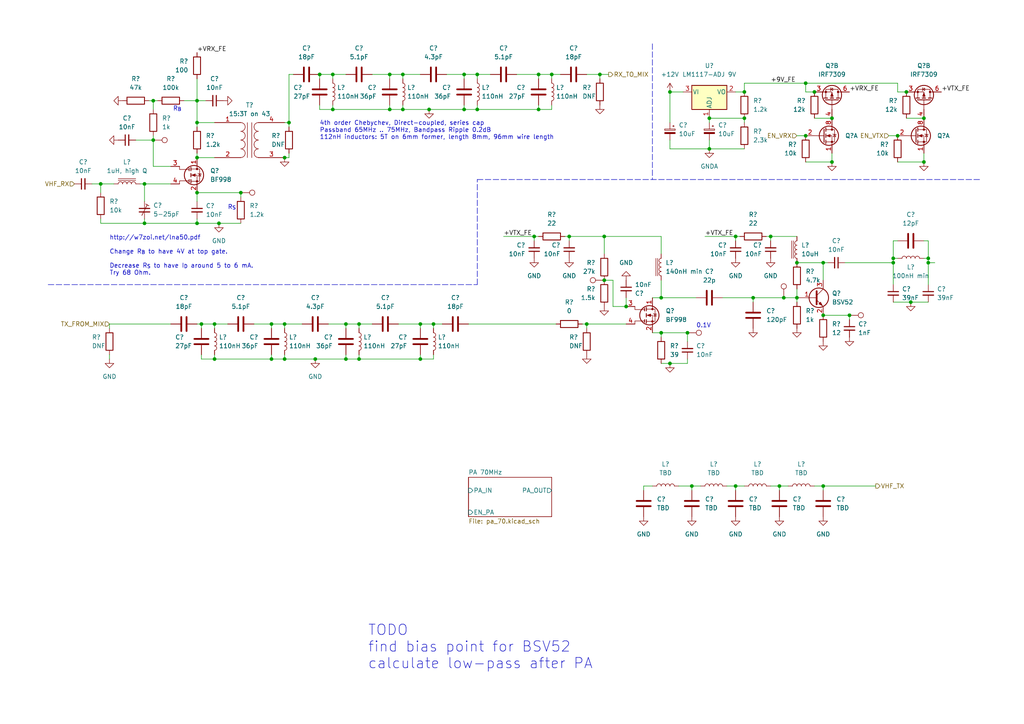
<source format=kicad_sch>
(kicad_sch (version 20211123) (generator eeschema)
  (paper "A4")
  (title_block (title "DART-70 TRX") (date "2023-01-22") (rev "0") (company "HB9EGM") (comment 1 "A 4m Band SSB/CW Transceiver"))
  (lib_symbols
    (symbol "Connector:TestPoint" (pin_numbers hide) (pin_names (offset 0.762) hide)
      (property "Reference" "TP" (at 0 6.858 0))
      (property "Value" "TestPoint" (at 0 5.08 0))
      (symbol "TestPoint_1_1"
        (pin passive line (at 0 0 90) (length 2.54) (name "1") (number "1"))
      )
    )
    (symbol "Device:C" (pin_numbers hide) (pin_names (offset 0.254))
      (property "Reference" "C" (at 0.635 2.54 0))
      (property "Value" "C" (at 0.635 -2.54 0))
      (symbol "C_1_1"
        (pin passive line (at 0 3.81 270) (length 2.794) (name "~") (number "1"))
        (pin passive line (at 0 -3.81 90) (length 2.794) (name "~") (number "2"))
      )
    )
    (symbol "Device:C_Polarized_Small" (pin_numbers hide) (pin_names (offset 0.254) hide)
      (property "Reference" "C" (at 0.254 1.778 0))
      (property "Value" "C_Polarized_Small" (at 0.254 -2.032 0))
      (symbol "C_Polarized_Small_1_1"
        (pin passive line (at 0 2.54 270) (length 1.8542) (name "~") (number "1"))
        (pin passive line (at 0 -2.54 90) (length 1.8542) (name "~") (number "2"))
      )
    )
    (symbol "Device:C_Small" (pin_numbers hide) (pin_names (offset 0.254) hide)
      (property "Reference" "C" (at 0.254 1.778 0))
      (property "Value" "C_Small" (at 0.254 -2.032 0))
      (symbol "C_Small_1_1"
        (pin passive line (at 0 2.54 270) (length 2.032) (name "~") (number "1"))
        (pin passive line (at 0 -2.54 90) (length 2.032) (name "~") (number "2"))
      )
    )
    (symbol "Device:C_Trim_Small" (pin_numbers hide) (pin_names (offset 0.254) hide)
      (property "Reference" "C" (at 1.524 -2.032 0))
      (property "Value" "C_Trim_Small" (at 3.048 -3.556 0))
      (symbol "C_Trim_Small_1_1"
        (pin passive line (at 0 2.54 270) (length 2.032) (name "~") (number "1"))
        (pin passive line (at 0 -2.54 90) (length 2.032) (name "~") (number "2"))
      )
    )
    (symbol "Device:L" (pin_numbers hide) (pin_names (offset 1.016) hide)
      (property "Reference" "L" (at -1.27 0 90))
      (property "Value" "L" (at 1.905 0 90))
      (symbol "L_1_1"
        (pin passive line (at 0 3.81 270) (length 1.27) (name "1") (number "1"))
        (pin passive line (at 0 -3.81 90) (length 1.27) (name "2") (number "2"))
      )
    )
    (symbol "Device:L_Iron" (pin_numbers hide) (pin_names (offset 1.016) hide)
      (property "Reference" "L" (at -1.27 0 90))
      (property "Value" "L_Iron" (at 2.794 0 90))
      (symbol "L_Iron_1_1"
        (pin passive line (at 0 3.81 270) (length 1.27) (name "1") (number "1"))
        (pin passive line (at 0 -3.81 90) (length 1.27) (name "2") (number "2"))
      )
    )
    (symbol "Device:R" (pin_numbers hide) (pin_names (offset 0))
      (property "Reference" "R" (at 2.032 0 90))
      (property "Value" "R" (at 0 0 90))
      (symbol "R_1_1"
        (pin passive line (at 0 3.81 270) (length 1.27) (name "~") (number "1"))
        (pin passive line (at 0 -3.81 90) (length 1.27) (name "~") (number "2"))
      )
    )
    (symbol "Device:Transformer_1P_1S" (pin_names (offset 1.016) hide)
      (property "Reference" "T" (at 0 6.35 0))
      (property "Value" "Transformer_1P_1S" (at 0 -7.62 0))
      (symbol "Transformer_1P_1S_1_1"
        (pin passive line (at -10.16 5.08 0) (length 7.62) (name "AA") (number "1"))
        (pin passive line (at -10.16 -5.08 0) (length 7.62) (name "AB") (number "2"))
        (pin passive line (at 10.16 -5.08 180) (length 7.62) (name "SA") (number "3"))
        (pin passive line (at 10.16 5.08 180) (length 7.62) (name "SB") (number "4"))
      )
    )
    (symbol "Regulator_Linear:LM1117-ADJ" (pin_names (offset 0.254))
      (property "Reference" "U" (at -3.81 3.175 0))
      (property "Value" "LM1117-ADJ" (at 0 3.175 0))
      (symbol "LM1117-ADJ_1_1"
        (pin input line (at 0 -7.62 90) (length 2.54) (name "ADJ") (number "1"))
        (pin power_out line (at 7.62 0 180) (length 2.54) (name "VO") (number "2"))
        (pin power_in line (at -7.62 0 0) (length 2.54) (name "VI") (number "3"))
      )
    )
    (symbol "Transistor_BJT:MMBT3904" (pin_names (offset 0) hide)
      (property "Reference" "Q" (at 5.08 1.905 0))
      (property "Value" "MMBT3904" (at 5.08 0 0))
      (symbol "MMBT3904_1_1"
        (pin input line (at -5.08 0 0) (length 5.715) (name "B") (number "1"))
        (pin passive line (at 2.54 -5.08 90) (length 2.54) (name "E") (number "2"))
        (pin passive line (at 2.54 5.08 270) (length 2.54) (name "C") (number "3"))
      )
    )
    (symbol "Transistor_FET:IRF7309IPBF" (pin_names hide)
      (property "Reference" "Q" (at 5.08 1.905 0))
      (property "Value" "IRF7309IPBF" (at 5.08 0 0))
      (symbol "IRF7309IPBF_1_1"
        (pin passive line (at 2.54 -5.08 90) (length 2.54) (name "S") (number "1"))
        (pin input line (at -5.08 0 0) (length 2.54) (name "G") (number "2"))
        (pin passive line (at 2.54 5.08 270) (length 2.54) hide (name "D") (number "7"))
        (pin passive line (at 2.54 5.08 270) (length 2.54) (name "D") (number "8"))
      )
      (symbol "IRF7309IPBF_2_1"
        (pin passive line (at 2.54 -5.08 90) (length 2.54) (name "1") (number "3"))
        (pin input line (at -5.08 0 0) (length 2.54) (name "G") (number "4"))
        (pin passive line (at 2.54 5.08 270) (length 2.54) hide (name "D") (number "5"))
        (pin passive line (at 2.54 5.08 270) (length 2.54) (name "D") (number "6"))
      )
    )
    (symbol "mpb:BF998" (pin_names hide)
      (property "Reference" "Q?" (at 6.35 1.2701 0))
      (property "Value" "BF998" (at 6.35 -1.2699 0))
      (symbol "BF998_1_1"
        (pin passive line (at 2.54 5.08 270) (length 2.54) (name "D") (number "1"))
        (pin passive line (at 2.54 -5.08 90) (length 2.54) (name "S") (number "2"))
        (pin passive line (at -5.08 2.54 0) (length 2.54) (name "G1") (number "3"))
        (pin passive line (at -5.08 -2.54 0) (length 2.54) (name "G2") (number "4"))
      )
    )
    (symbol "power:+12V" (power) (pin_names (offset 0))
      (property "Value" "+12V" (at 0 3.556 0))
      (symbol "+12V_1_1"
        (pin power_in line (at 0 0 90) (length 0) hide (name "+12V") (number "1"))
      )
    )
    (symbol "power:GND" (power) (pin_names (offset 0))
      (property "Value" "GND" (at 0 -3.81 0))
      (symbol "GND_1_1"
        (pin power_in line (at 0 0 270) (length 0) hide (name "GND") (number "1"))
      )
    )
    (symbol "power:GNDA" (power) (pin_names (offset 0))
      (property "Value" "GNDA" (at 0 -3.81 0))
      (symbol "GNDA_1_1"
        (pin power_in line (at 0 0 270) (length 0) hide (name "GNDA") (number "1"))
      )
    )
  )
  (junction (at 259.08 74.93))
  (junction (at 215.9 26.67))
  (junction (at 264.16 87.63))
  (junction (at 121.92 104.14))
  (junction (at 191.77 86.36))
  (junction (at 104.14 93.98))
  (junction (at 238.76 140.97))
  (junction (at 236.22 26.67))
  (junction (at 213.36 140.97))
  (junction (at 154.94 68.58))
  (junction (at 156.21 31.75))
  (junction (at 205.74 34.29))
  (junction (at 181.61 88.9))
  (junction (at 269.24 74.93))
  (junction (at 116.84 21.59))
  (junction (at 96.52 21.59))
  (junction (at 44.45 29.21))
  (junction (at 138.43 21.59))
  (junction (at 69.85 55.88))
  (junction (at 124.46 31.75))
  (junction (at 113.03 21.59))
  (junction (at 226.06 140.97))
  (junction (at 63.5 64.77))
  (junction (at 57.15 64.77))
  (junction (at 57.15 35.56))
  (junction (at 191.77 96.52))
  (junction (at 173.99 21.59))
  (junction (at 83.82 35.56))
  (junction (at 78.74 104.14))
  (junction (at 62.23 104.14))
  (junction (at 233.68 39.37))
  (junction (at 238.76 91.44))
  (junction (at 57.15 55.88))
  (junction (at 259.08 76.2))
  (junction (at 134.62 31.75))
  (junction (at 82.55 104.14))
  (junction (at 41.91 53.34))
  (junction (at 260.35 39.37))
  (junction (at 199.39 96.52))
  (junction (at 246.38 91.44))
  (junction (at 227.33 86.36))
  (junction (at 215.9 34.29))
  (junction (at 156.21 21.59))
  (junction (at 213.36 68.58))
  (junction (at 241.3 46.99))
  (junction (at 100.33 93.98))
  (junction (at 165.1 68.58))
  (junction (at 269.24 76.2))
  (junction (at 29.21 53.34))
  (junction (at 82.55 93.98))
  (junction (at 170.18 93.98))
  (junction (at 78.74 93.98))
  (junction (at 100.33 104.14))
  (junction (at 91.44 104.14))
  (junction (at 231.14 86.36))
  (junction (at 218.44 86.36))
  (junction (at 44.45 40.64))
  (junction (at 200.66 140.97))
  (junction (at 57.15 45.72))
  (junction (at 116.84 31.75))
  (junction (at 134.62 21.59))
  (junction (at 231.14 76.2))
  (junction (at 223.52 68.58))
  (junction (at 205.74 43.18))
  (junction (at 160.02 21.59))
  (junction (at 113.03 31.75))
  (junction (at 175.26 68.58))
  (junction (at 125.73 93.98))
  (junction (at 41.91 64.77))
  (junction (at 194.31 105.41))
  (junction (at 96.52 31.75))
  (junction (at 138.43 31.75))
  (junction (at 82.55 45.72))
  (junction (at 194.31 26.67))
  (junction (at 92.71 21.59))
  (junction (at 233.68 24.13))
  (junction (at 57.15 29.21))
  (junction (at 241.3 34.29))
  (junction (at 121.92 93.98))
  (junction (at 267.97 34.29))
  (junction (at 238.76 76.2))
  (junction (at 62.23 93.98))
  (junction (at 267.97 46.99))
  (junction (at 104.14 104.14))
  (junction (at 58.42 93.98))
  (junction (at 262.89 26.67))
  (junction (at 175.26 81.28))
  (wire (pts (xy 96.52 21.59) (xy 96.52 22.86)))
  (wire (pts (xy 62.23 45.72) (xy 57.15 45.72)))
  (wire (pts (xy 134.62 31.75) (xy 134.62 30.48)))
  (wire (pts (xy 121.92 95.25) (xy 121.92 93.98)))
  (wire (pts (xy 260.35 24.13) (xy 260.35 26.67)))
  (wire (pts (xy 125.73 104.14) (xy 125.73 102.87)))
  (wire (pts (xy 213.36 69.85) (xy 213.36 68.58)))
  (wire (pts (xy 31.75 102.87) (xy 31.75 104.14)))
  (wire (pts (xy 154.94 69.85) (xy 154.94 68.58)))
  (wire (pts (xy 58.42 95.25) (xy 58.42 93.98)))
  (wire (pts (xy 194.31 26.67) (xy 194.31 35.56)))
  (wire (pts (xy 238.76 76.2) (xy 240.03 76.2)))
  (wire (pts (xy 246.38 91.44) (xy 238.76 91.44)))
  (wire (pts (xy 198.12 26.67) (xy 194.31 26.67)))
  (wire (pts (xy 82.55 95.25) (xy 82.55 93.98)))
  (wire (pts (xy 218.44 86.36) (xy 218.44 87.63)))
  (wire (pts (xy 259.08 74.93) (xy 259.08 76.2)))
  (wire (pts (xy 57.15 93.98) (xy 58.42 93.98)))
  (wire (pts (xy 31.75 93.98) (xy 49.53 93.98)))
  (wire (pts (xy 63.5 64.77) (xy 57.15 64.77)))
  (wire (pts (xy 138.43 31.75) (xy 156.21 31.75)))
  (wire (pts (xy 241.3 46.99) (xy 233.68 46.99)))
  (wire (pts (xy 233.68 26.67) (xy 236.22 26.67)))
  (wire (pts (xy 226.06 140.97) (xy 226.06 142.24)))
  (wire (pts (xy 246.38 92.71) (xy 246.38 91.44)))
  (wire (pts (xy 194.31 43.18) (xy 205.74 43.18)))
  (wire (pts (xy 177.8 81.28) (xy 177.8 88.9)))
  (wire (pts (xy 82.55 104.14) (xy 82.55 102.87)))
  (wire (pts (xy 40.64 53.34) (xy 41.91 53.34)))
  (wire (pts (xy 134.62 21.59) (xy 138.43 21.59)))
  (wire (pts (xy 259.08 69.85) (xy 260.35 69.85)))
  (wire (pts (xy 57.15 45.72) (xy 57.15 44.45)))
  (wire (pts (xy 113.03 31.75) (xy 113.03 30.48)))
  (wire (pts (xy 107.95 21.59) (xy 113.03 21.59)))
  (wire (pts (xy 259.08 74.93) (xy 260.35 74.93)))
  (wire (pts (xy 191.77 96.52) (xy 189.23 96.52)))
  (wire (pts (xy 156.21 31.75) (xy 156.21 30.48)))
  (wire (pts (xy 215.9 24.13) (xy 215.9 26.67)))
  (polyline (pts (xy 138.43 52.07) (xy 284.48 52.07)))
  (wire (pts (xy 186.69 142.24) (xy 186.69 140.97)))
  (wire (pts (xy 31.75 95.25) (xy 31.75 93.98)))
  (wire (pts (xy 104.14 104.14) (xy 104.14 102.87)))
  (polyline (pts (xy 13.97 82.55) (xy 138.43 82.55)))
  (wire (pts (xy 231.14 83.82) (xy 231.14 86.36)))
  (wire (pts (xy 269.24 74.93) (xy 267.97 74.93)))
  (wire (pts (xy 57.15 55.88) (xy 57.15 58.42)))
  (wire (pts (xy 189.23 140.97) (xy 186.69 140.97)))
  (wire (pts (xy 156.21 21.59) (xy 160.02 21.59)))
  (wire (pts (xy 177.8 88.9) (xy 181.61 88.9)))
  (wire (pts (xy 83.82 44.45) (xy 83.82 45.72)))
  (wire (pts (xy 231.14 39.37) (xy 233.68 39.37)))
  (wire (pts (xy 175.26 68.58) (xy 191.77 68.58)))
  (wire (pts (xy 100.33 104.14) (xy 100.33 102.87)))
  (wire (pts (xy 82.55 104.14) (xy 78.74 104.14)))
  (wire (pts (xy 96.52 21.59) (xy 100.33 21.59)))
  (wire (pts (xy 124.46 31.75) (xy 134.62 31.75)))
  (wire (pts (xy 58.42 93.98) (xy 62.23 93.98)))
  (polyline (pts (xy 189.23 12.7) (xy 189.23 52.07)))
  (wire (pts (xy 29.21 64.77) (xy 41.91 64.77)))
  (wire (pts (xy 43.18 29.21) (xy 44.45 29.21)))
  (wire (pts (xy 233.68 24.13) (xy 215.9 24.13)))
  (wire (pts (xy 191.77 86.36) (xy 201.93 86.36)))
  (wire (pts (xy 73.66 93.98) (xy 78.74 93.98)))
  (wire (pts (xy 78.74 93.98) (xy 82.55 93.98)))
  (wire (pts (xy 121.92 93.98) (xy 125.73 93.98)))
  (wire (pts (xy 96.52 31.75) (xy 113.03 31.75)))
  (wire (pts (xy 269.24 74.93) (xy 269.24 76.2)))
  (wire (pts (xy 233.68 24.13) (xy 233.68 26.67)))
  (wire (pts (xy 116.84 22.86) (xy 116.84 21.59)))
  (wire (pts (xy 199.39 104.14) (xy 199.39 105.41)))
  (wire (pts (xy 199.39 105.41) (xy 194.31 105.41)))
  (wire (pts (xy 149.86 21.59) (xy 156.21 21.59)))
  (wire (pts (xy 200.66 142.24) (xy 200.66 140.97)))
  (wire (pts (xy 85.09 21.59) (xy 83.82 21.59)))
  (wire (pts (xy 269.24 69.85) (xy 269.24 74.93)))
  (wire (pts (xy 156.21 22.86) (xy 156.21 21.59)))
  (wire (pts (xy 213.36 68.58) (xy 214.63 68.58)))
  (wire (pts (xy 222.25 68.58) (xy 223.52 68.58)))
  (wire (pts (xy 78.74 104.14) (xy 78.74 102.87)))
  (wire (pts (xy 115.57 93.98) (xy 121.92 93.98)))
  (wire (pts (xy 156.21 31.75) (xy 160.02 31.75)))
  (wire (pts (xy 41.91 64.77) (xy 57.15 64.77)))
  (wire (pts (xy 269.24 69.85) (xy 267.97 69.85)))
  (wire (pts (xy 57.15 64.77) (xy 57.15 63.5)))
  (wire (pts (xy 57.15 29.21) (xy 57.15 22.86)))
  (wire (pts (xy 83.82 45.72) (xy 82.55 45.72)))
  (wire (pts (xy 173.99 21.59) (xy 176.53 21.59)))
  (wire (pts (xy 200.66 140.97) (xy 203.2 140.97)))
  (wire (pts (xy 57.15 36.83) (xy 57.15 35.56)))
  (wire (pts (xy 154.94 68.58) (xy 156.21 68.58)))
  (wire (pts (xy 191.77 105.41) (xy 194.31 105.41)))
  (wire (pts (xy 116.84 31.75) (xy 113.03 31.75)))
  (wire (pts (xy 100.33 95.25) (xy 100.33 93.98)))
  (wire (pts (xy 138.43 21.59) (xy 142.24 21.59)))
  (wire (pts (xy 205.74 40.64) (xy 205.74 43.18)))
  (wire (pts (xy 113.03 22.86) (xy 113.03 21.59)))
  (wire (pts (xy 58.42 104.14) (xy 58.42 102.87)))
  (wire (pts (xy 135.89 93.98) (xy 161.29 93.98)))
  (wire (pts (xy 62.23 35.56) (xy 57.15 35.56)))
  (wire (pts (xy 238.76 140.97) (xy 254 140.97)))
  (wire (pts (xy 104.14 95.25) (xy 104.14 93.98)))
  (wire (pts (xy 82.55 35.56) (xy 83.82 35.56)))
  (wire (pts (xy 58.42 104.14) (xy 62.23 104.14)))
  (wire (pts (xy 165.1 69.85) (xy 165.1 68.58)))
  (wire (pts (xy 113.03 21.59) (xy 116.84 21.59)))
  (wire (pts (xy 262.89 34.29) (xy 267.97 34.29)))
  (wire (pts (xy 69.85 64.77) (xy 63.5 64.77)))
  (wire (pts (xy 62.23 93.98) (xy 62.23 95.25)))
  (wire (pts (xy 44.45 29.21) (xy 44.45 31.75)))
  (wire (pts (xy 69.85 57.15) (xy 69.85 55.88)))
  (wire (pts (xy 116.84 21.59) (xy 121.92 21.59)))
  (wire (pts (xy 125.73 95.25) (xy 125.73 93.98)))
  (wire (pts (xy 215.9 140.97) (xy 213.36 140.97)))
  (wire (pts (xy 29.21 63.5) (xy 29.21 64.77)))
  (wire (pts (xy 62.23 104.14) (xy 62.23 102.87)))
  (wire (pts (xy 260.35 26.67) (xy 262.89 26.67)))
  (wire (pts (xy 92.71 31.75) (xy 96.52 31.75)))
  (wire (pts (xy 160.02 22.86) (xy 160.02 21.59)))
  (wire (pts (xy 83.82 36.83) (xy 83.82 35.56)))
  (wire (pts (xy 92.71 21.59) (xy 96.52 21.59)))
  (wire (pts (xy 173.99 22.86) (xy 173.99 21.59)))
  (wire (pts (xy 138.43 22.86) (xy 138.43 21.59)))
  (wire (pts (xy 104.14 104.14) (xy 121.92 104.14)))
  (wire (pts (xy 41.91 53.34) (xy 49.53 53.34)))
  (polyline (pts (xy 138.43 82.55) (xy 138.43 52.07)))
  (wire (pts (xy 223.52 69.85) (xy 223.52 68.58)))
  (wire (pts (xy 269.24 76.2) (xy 271.145 76.2)))
  (wire (pts (xy 213.36 26.67) (xy 215.9 26.67)))
  (wire (pts (xy 92.71 22.86) (xy 92.71 21.59)))
  (wire (pts (xy 41.91 58.42) (xy 41.91 53.34)))
  (wire (pts (xy 191.77 96.52) (xy 191.77 97.79)))
  (wire (pts (xy 215.9 34.29) (xy 215.9 35.56)))
  (wire (pts (xy 116.84 31.75) (xy 124.46 31.75)))
  (wire (pts (xy 39.37 40.64) (xy 44.45 40.64)))
  (wire (pts (xy 269.24 76.2) (xy 269.24 82.55)))
  (wire (pts (xy 160.02 21.59) (xy 162.56 21.59)))
  (wire (pts (xy 29.21 55.88) (xy 29.21 53.34)))
  (wire (pts (xy 62.23 93.98) (xy 66.04 93.98)))
  (wire (pts (xy 165.1 68.58) (xy 175.26 68.58)))
  (wire (pts (xy 91.44 104.14) (xy 100.33 104.14)))
  (wire (pts (xy 257.81 39.37) (xy 260.35 39.37)))
  (wire (pts (xy 168.91 93.98) (xy 170.18 93.98)))
  (wire (pts (xy 44.45 39.37) (xy 44.45 40.64)))
  (wire (pts (xy 160.02 31.75) (xy 160.02 30.48)))
  (wire (pts (xy 121.92 104.14) (xy 125.73 104.14)))
  (wire (pts (xy 100.33 93.98) (xy 104.14 93.98)))
  (wire (pts (xy 226.06 140.97) (xy 228.6 140.97)))
  (wire (pts (xy 45.72 29.21) (xy 44.45 29.21)))
  (wire (pts (xy 213.36 140.97) (xy 210.82 140.97)))
  (wire (pts (xy 238.76 81.28) (xy 238.76 76.2)))
  (wire (pts (xy 267.97 44.45) (xy 267.97 46.99)))
  (wire (pts (xy 95.25 93.98) (xy 100.33 93.98)))
  (wire (pts (xy 175.26 73.66) (xy 175.26 68.58)))
  (wire (pts (xy 116.84 31.75) (xy 116.84 30.48)))
  (wire (pts (xy 259.08 69.85) (xy 259.08 74.93)))
  (wire (pts (xy 238.76 140.97) (xy 238.76 142.24)))
  (wire (pts (xy 209.55 86.36) (xy 218.44 86.36)))
  (wire (pts (xy 134.62 22.86) (xy 134.62 21.59)))
  (wire (pts (xy 264.16 87.63) (xy 269.24 87.63)))
  (wire (pts (xy 205.74 34.29) (xy 205.74 35.56)))
  (wire (pts (xy 191.77 73.66) (xy 191.77 68.58)))
  (wire (pts (xy 236.22 34.29) (xy 241.3 34.29)))
  (wire (pts (xy 231.14 86.36) (xy 231.14 87.63)))
  (wire (pts (xy 223.52 140.97) (xy 226.06 140.97)))
  (wire (pts (xy 104.14 93.98) (xy 107.95 93.98)))
  (wire (pts (xy 170.18 95.25) (xy 170.18 93.98)))
  (wire (pts (xy 121.92 104.14) (xy 121.92 102.87)))
  (wire (pts (xy 125.73 93.98) (xy 128.27 93.98)))
  (wire (pts (xy 82.55 93.98) (xy 87.63 93.98)))
  (wire (pts (xy 238.76 140.97) (xy 236.22 140.97)))
  (wire (pts (xy 96.52 31.75) (xy 96.52 30.48)))
  (wire (pts (xy 227.33 86.36) (xy 231.14 86.36)))
  (wire (pts (xy 213.36 140.97) (xy 213.36 142.24)))
  (wire (pts (xy 181.61 88.9) (xy 181.61 86.36)))
  (wire (pts (xy 69.85 55.88) (xy 57.15 55.88)))
  (wire (pts (xy 259.08 87.63) (xy 264.16 87.63)))
  (wire (pts (xy 194.31 40.64) (xy 194.31 43.18)))
  (wire (pts (xy 260.35 24.13) (xy 233.68 24.13)))
  (wire (pts (xy 129.54 21.59) (xy 134.62 21.59)))
  (wire (pts (xy 138.43 31.75) (xy 138.43 30.48)))
  (wire (pts (xy 196.85 140.97) (xy 200.66 140.97)))
  (wire (pts (xy 245.11 76.2) (xy 259.08 76.2)))
  (wire (pts (xy 199.39 99.06) (xy 199.39 96.52)))
  (wire (pts (xy 191.77 81.28) (xy 191.77 86.36)))
  (wire (pts (xy 189.23 86.36) (xy 191.77 86.36)))
  (wire (pts (xy 218.44 86.36) (xy 227.33 86.36)))
  (wire (pts (xy 238.76 76.2) (xy 231.14 76.2)))
  (wire (pts (xy 78.74 95.25) (xy 78.74 93.98)))
  (wire (pts (xy 170.18 21.59) (xy 173.99 21.59)))
  (wire (pts (xy 175.26 81.28) (xy 177.8 81.28)))
  (wire (pts (xy 57.15 29.21) (xy 59.69 29.21)))
  (wire (pts (xy 53.34 29.21) (xy 57.15 29.21)))
  (wire (pts (xy 204.47 68.58) (xy 213.36 68.58)))
  (wire (pts (xy 83.82 21.59) (xy 83.82 35.56)))
  (wire (pts (xy 92.71 31.75) (xy 92.71 30.48)))
  (wire (pts (xy 44.45 48.26) (xy 49.53 48.26)))
  (wire (pts (xy 163.83 68.58) (xy 165.1 68.58)))
  (wire (pts (xy 26.67 53.34) (xy 29.21 53.34)))
  (wire (pts (xy 267.97 46.99) (xy 260.35 46.99)))
  (wire (pts (xy 44.45 40.64) (xy 44.45 48.26)))
  (wire (pts (xy 134.62 31.75) (xy 138.43 31.75)))
  (wire (pts (xy 170.18 93.98) (xy 181.61 93.98)))
  (wire (pts (xy 41.91 63.5) (xy 41.91 64.77)))
  (wire (pts (xy 205.74 43.18) (xy 215.9 43.18)))
  (wire (pts (xy 100.33 104.14) (xy 104.14 104.14)))
  (wire (pts (xy 62.23 104.14) (xy 78.74 104.14)))
  (wire (pts (xy 29.21 53.34) (xy 33.02 53.34)))
  (wire (pts (xy 223.52 68.58) (xy 231.14 68.58)))
  (wire (pts (xy 57.15 35.56) (xy 57.15 29.21)))
  (wire (pts (xy 199.39 96.52) (xy 191.77 96.52)))
  (wire (pts (xy 205.74 34.29) (xy 215.9 34.29)))
  (wire (pts (xy 259.08 76.2) (xy 259.08 82.55)))
  (wire (pts (xy 146.05 68.58) (xy 154.94 68.58)))
  (wire (pts (xy 82.55 104.14) (xy 91.44 104.14)))
  (wire (pts (xy 241.3 44.45) (xy 241.3 46.99)))
  (text "R_{B}" (at 50.165 32.385 0) (effects (font (size 1.27 1.27)) (justify left bottom)))
  (text "R_{S}" (at 66.04 60.96 0) (effects (font (size 1.27 1.27)) (justify left bottom)))
  (text "TODO\nfind bias point for BSV52\ncalculate low-pass after PA" (at 106.68 194.31 0) (effects (font (size 3 3)) (justify left bottom)))
  (text "http://w7zoi.net/lna50.pdf\n\nChange R_{B} to have 4V at top gate.\n\nDecrease R_{S} to have I_{D} around 5 to 6 mA.\nTry 68 Ohm." (at 31.75 80.01 0) (effects (font (size 1.27 1.27)) (justify left bottom)))
  (text "4th order Chebychev, Direct-coupled, series cap\nPassband 65MHz .. 75MHz, Bandpass Ripple 0.2dB\n112nH inductors: 5T on 6mm former, length 8mm, 96mm wire length" (at 92.71 40.64 0) (effects (font (size 1.27 1.27)) (justify left bottom)))
  (text "0.1V" (at 201.93 95.25 0) (effects (font (size 1.27 1.27)) (justify left bottom)))
  (label "+VTX_FE" (at 273.05 26.67 0))
  (label "+VRX_FE" (at 57.15 15.24 0))
  (label "+VTX_FE" (at 146.05 68.58 0))
  (label "+VTX_FE" (at 204.47 68.58 0))
  (label "+VRX_FE" (at 246.38 26.67 0))
  (label "+9V_FE" (at 223.52 24.13 0))
  (hierarchical_label "EN_VTX" (shape input) (at 257.81 39.37 180))
  (hierarchical_label "VHF_RX" (shape input) (at 21.59 53.34 180))
  (hierarchical_label "EN_VRX" (shape input) (at 231.14 39.37 180))
  (hierarchical_label "VHF_TX" (shape output) (at 254 140.97 0))
  (hierarchical_label "TX_FROM_MIX" (shape input) (at 31.75 93.98 180))
  (hierarchical_label "RX_TO_MIX" (shape output) (at 176.53 21.59 0))
  (symbol (lib_id "Device:C") (at 226.06 146.05 180) (unit 1)
    (property "Reference" "C?" (at 229.87 144.7799 0) (effects (justify right)))
    (property "Value" "TBD" (at 229.87 147.3199 0) (effects (justify right)))
    (property "Footprint" "mmrf1021-pa:two_4mm_pads" (effects hide))
  )
  (symbol (lib_id "Device:C_Small") (at 36.83 40.64 90) (unit 1)
    (property "Reference" "C?" (at 36.8363 34.29 90))
    (property "Value" "10nF" (at 36.8363 36.83 90))
  )
  (symbol (lib_id "Device:R") (at 215.9 39.37 0) (mirror y) (unit 1)
    (property "Reference" "R?" (at 218.44 38.0999 0) (effects (justify right)))
    (property "Value" "2.3k" (at 218.44 40.6399 0) (effects (justify right)))
    (property "Footprint" "Resistor_SMD:R_0603_1608Metric_Pad1.05x0.95mm_HandSolder" (effects hide))
  )
  (symbol (lib_id "Device:R") (at 231.14 80.01 0) (mirror y) (unit 1)
    (property "Reference" "R?" (at 233.68 78.7399 0) (effects (justify right)))
    (property "Value" "4.7k" (at 233.68 81.2799 0) (effects (justify right)))
  )
  (symbol (lib_id "Device:C_Small") (at 223.52 72.39 0) (mirror x) (unit 1)
    (property "Reference" "C?" (at 220.98 71.1135 0) (effects (justify right)))
    (property "Value" "10nF" (at 220.98 73.6535 0) (effects (justify right)))
  )
  (symbol (lib_id "Device:C_Small") (at 269.24 85.09 0) (mirror y) (unit 1)
    (property "Reference" "C?" (at 271.78 83.8262 0) (effects (justify right)))
    (property "Value" "39nF" (at 271.78 86.3662 0) (effects (justify right)))
  )
  (symbol (lib_id "Device:C") (at 88.9 21.59 90) (unit 1)
    (property "Reference" "C?" (at 88.9 13.97 90))
    (property "Value" "18pF" (at 88.9 16.51 90))
    (property "Footprint" "Capacitor_SMD:C_0603_1608Metric_Pad1.05x0.95mm_HandSolder" (effects hide))
    (property "MPN" "CBR" (effects hide))
    (property "Need_order" "0" (effects hide))
  )
  (symbol (lib_id "Connector:TestPoint") (at 199.39 96.52 270) (unit 1)
    (property "Reference" "TP?" (effects hide))
    (property "Value" "VG" (effects hide))
    (property "Footprint" "TestPoint:TestPoint_Pad_D2.0mm" (effects hide))
  )
  (symbol (lib_id "Device:C") (at 100.33 99.06 180) (unit 1)
    (property "Reference" "C?" (at 96.52 97.7899 0) (effects (justify left)))
    (property "Value" "36pF" (at 96.52 100.3299 0) (effects (justify left)))
    (property "Footprint" "Capacitor_SMD:C_0603_1608Metric_Pad1.05x0.95mm_HandSolder" (effects hide))
    (property "MPN" "CBR" (effects hide))
    (property "Need_order" "0" (effects hide))
  )
  (symbol (lib_id "Device:C") (at 213.36 146.05 180) (unit 1)
    (property "Reference" "C?" (at 217.17 144.7799 0) (effects (justify right)))
    (property "Value" "TBD" (at 217.17 147.3199 0) (effects (justify right)))
    (property "Footprint" "mmrf1021-pa:two_4mm_pads" (effects hide))
  )
  (symbol (lib_id "Device:R") (at 233.68 43.18 180) (unit 1)
    (property "Reference" "R?" (at 231.14 41.9099 0) (effects (justify left)))
    (property "Value" "10k" (at 231.14 44.4499 0) (effects (justify left)))
    (property "Footprint" "Resistor_SMD:R_0603_1608Metric_Pad1.05x0.95mm_HandSolder" (effects hide))
  )
  (symbol (lib_id "Device:C") (at 205.74 86.36 90) (unit 1)
    (property "Reference" "C?" (at 205.74 78.74 90))
    (property "Value" "22p" (at 205.74 81.28 90))
    (property "Footprint" "Capacitor_SMD:C_0603_1608Metric_Pad1.05x0.95mm_HandSolder" (effects hide))
    (property "MPN" "CBR" (effects hide))
    (property "Need_order" "0" (effects hide))
  )
  (symbol (lib_id "power:GND") (at 154.94 74.93 0) (mirror y) (unit 1)
    (property "Reference" "#PWR?" (effects hide))
    (property "Value" "GND" (at 154.94 80.01 0))
  )
  (symbol (lib_id "power:GND") (at 213.36 149.86 0) (unit 1)
    (property "Reference" "#PWR?" (effects hide))
    (property "Value" "GND" (at 213.36 154.94 0))
  )
  (symbol (lib_id "power:GNDA") (at 267.97 46.99 0) (unit 1)
    (property "Reference" "#PWR?" (effects hide))
    (property "Value" "GNDA" (effects hide))
  )
  (symbol (lib_id "Device:C") (at 156.21 26.67 180) (unit 1)
    (property "Reference" "C?" (at 152.4 25.3999 0) (effects (justify left)))
    (property "Value" "27pF" (at 152.4 27.9399 0) (effects (justify left)))
    (property "Footprint" "Capacitor_SMD:C_0603_1608Metric_Pad1.05x0.95mm_HandSolder" (effects hide))
    (property "MPN" "CBR" (effects hide))
    (property "Need_order" "0" (effects hide))
  )
  (symbol (lib_id "power:GND") (at 238.76 99.06 0) (unit 1)
    (property "Reference" "#PWR?" (effects hide))
    (property "Value" "GND" (effects hide))
  )
  (symbol (lib_id "Device:R") (at 175.26 77.47 0) (mirror x) (unit 1)
    (property "Reference" "R?" (at 172.72 76.1999 0) (effects (justify right)))
    (property "Value" "27k" (at 172.72 78.7399 0) (effects (justify right)))
  )
  (symbol (lib_id "Device:R") (at 44.45 35.56 0) (unit 1)
    (property "Reference" "R?" (at 46.99 34.2899 0) (effects (justify left)))
    (property "Value" "1k" (at 46.99 36.8299 0) (effects (justify left)))
  )
  (symbol (lib_id "Connector:TestPoint") (at 227.33 86.36 0) (unit 1)
    (property "Reference" "TP?" (effects hide))
    (property "Value" "VG" (effects hide))
    (property "Footprint" "TestPoint:TestPoint_Pad_D2.0mm" (effects hide))
  )
  (symbol (lib_id "Device:L") (at 160.02 26.67 0) (unit 1)
    (property "Reference" "L?" (at 161.29 25.3999 0) (effects (justify left)))
    (property "Value" "110nH" (at 161.29 27.9399 0) (effects (justify left)))
    (property "Footprint" "mpb:AirCoil-8mm" (effects hide))
    (property "Need_order" "0" (effects hide))
  )
  (symbol (lib_id "Device:C") (at 186.69 146.05 180) (unit 1)
    (property "Reference" "C?" (at 190.5 144.7799 0) (effects (justify right)))
    (property "Value" "TBD" (at 190.5 147.3199 0) (effects (justify right)))
    (property "Footprint" "mmrf1021-pa:two_4mm_pads" (effects hide))
  )
  (symbol (lib_id "power:GND") (at 82.55 45.72 0) (unit 1)
    (property "Reference" "#PWR?" (effects hide))
    (property "Value" "GND" (effects hide))
  )
  (symbol (lib_id "Device:L") (at 219.71 140.97 90) (unit 1)
    (property "Reference" "L?" (at 219.71 134.62 90))
    (property "Value" "TBD" (at 219.71 137.16 90))
    (property "Footprint" "mmrf1021-pa:large_inductor" (effects hide))
  )
  (symbol (lib_id "Device:C") (at 111.76 93.98 270) (unit 1)
    (property "Reference" "C?" (at 111.76 86.36 90))
    (property "Value" "5.1pF" (at 111.76 88.9 90))
    (property "Footprint" "Capacitor_SMD:C_0603_1608Metric_Pad1.05x0.95mm_HandSolder" (effects hide))
    (property "MPN" "CBR" (effects hide))
    (property "Need_order" "0" (effects hide))
  )
  (symbol (lib_id "Device:C_Small") (at 181.61 83.82 0) (mirror y) (unit 1)
    (property "Reference" "C?" (at 184.15 85.0965 0) (effects (justify right)))
    (property "Value" "10nF" (at 184.15 82.5565 0) (effects (justify right)))
  )
  (symbol (lib_id "Connector:TestPoint") (at 246.38 91.44 270) (unit 1)
    (property "Reference" "TP?" (effects hide))
    (property "Value" "VG" (effects hide))
    (property "Footprint" "TestPoint:TestPoint_Pad_D2.0mm" (effects hide))
  )
  (symbol (lib_id "Device:C") (at 104.14 21.59 90) (unit 1)
    (property "Reference" "C?" (at 104.14 13.97 90))
    (property "Value" "5.1pF" (at 104.14 16.51 90))
    (property "Footprint" "Capacitor_SMD:C_0603_1608Metric_Pad1.05x0.95mm_HandSolder" (effects hide))
    (property "MPN" "CBR" (effects hide))
    (property "Need_order" "0" (effects hide))
  )
  (symbol (lib_id "Device:R") (at 231.14 91.44 0) (mirror y) (unit 1)
    (property "Reference" "R?" (at 233.68 90.1699 0) (effects (justify right)))
    (property "Value" "1k" (at 233.68 92.7099 0) (effects (justify right)))
  )
  (symbol (lib_id "power:GND") (at 186.69 149.86 0) (unit 1)
    (property "Reference" "#PWR?" (effects hide))
    (property "Value" "GND" (at 186.69 154.94 0))
  )
  (symbol (lib_id "Connector:TestPoint") (at 69.85 55.88 270) (unit 1)
    (property "Reference" "TP?" (effects hide))
    (property "Value" "VG" (effects hide))
    (property "Footprint" "TestPoint:TestPoint_Pad_D2.0mm" (effects hide))
  )
  (symbol (lib_id "Device:C") (at 264.16 69.85 90) (unit 1)
    (property "Reference" "C?" (at 264.16 62.23 90))
    (property "Value" "12pF" (at 264.16 64.77 90))
    (property "Footprint" "Capacitor_SMD:C_0603_1608Metric_Pad1.05x0.95mm_HandSolder" (effects hide))
    (property "MPN" "CBR" (effects hide))
    (property "Need_order" "0" (effects hide))
  )
  (symbol (lib_id "Connector:TestPoint") (at 175.26 81.28 90) (unit 1)
    (property "Reference" "TP?" (effects hide))
    (property "Value" "VG" (effects hide))
    (property "Footprint" "TestPoint:TestPoint_Pad_D2.0mm" (effects hide))
  )
  (symbol (lib_id "Device:L") (at 207.01 140.97 90) (unit 1)
    (property "Reference" "L?" (at 207.01 134.62 90))
    (property "Value" "TBD" (at 207.01 137.16 90))
    (property "Footprint" "mmrf1021-pa:large_inductor" (effects hide))
  )
  (symbol (lib_id "Device:C") (at 91.44 93.98 270) (unit 1)
    (property "Reference" "C?" (at 91.44 86.36 90))
    (property "Value" "4.3pF" (at 91.44 88.9 90))
    (property "Footprint" "Capacitor_SMD:C_0603_1608Metric_Pad1.05x0.95mm_HandSolder" (effects hide))
    (property "MPN" "CBR" (effects hide))
    (property "Need_order" "0" (effects hide))
  )
  (symbol (lib_id "power:GND") (at 226.06 149.86 0) (unit 1)
    (property "Reference" "#PWR?" (effects hide))
    (property "Value" "GND" (at 226.06 154.94 0))
  )
  (symbol (lib_id "Device:C") (at 134.62 26.67 180) (unit 1)
    (property "Reference" "C?" (at 130.81 25.3999 0) (effects (justify left)))
    (property "Value" "36pF" (at 130.81 27.9399 0) (effects (justify left)))
    (property "Footprint" "Capacitor_SMD:C_0603_1608Metric_Pad1.05x0.95mm_HandSolder" (effects hide))
    (property "MPN" "CBR" (effects hide))
    (property "Need_order" "0" (effects hide))
  )
  (symbol (lib_id "Device:R") (at 165.1 93.98 270) (unit 1)
    (property "Reference" "R?" (at 165.1 87.63 90))
    (property "Value" "0" (at 165.1 90.17 90))
  )
  (symbol (lib_id "power:GND") (at 35.56 29.21 270) (unit 1)
    (property "Reference" "#PWR?" (effects hide))
    (property "Value" "GND" (effects hide))
  )
  (symbol (lib_id "Device:C_Small") (at 242.57 76.2 270) (mirror x) (unit 1)
    (property "Reference" "C?" (at 242.5636 69.85 90))
    (property "Value" "10nF" (at 242.5636 72.39 90))
  )
  (symbol (lib_id "power:GND") (at 173.99 30.48 0) (unit 1)
    (property "Reference" "#PWR?" (effects hide))
    (property "Value" "GND" (effects hide))
  )
  (symbol (lib_id "Transistor_FET:IRF7309IPBF") (at 267.97 29.21 270) (mirror x) (unit 2)
    (property "Reference" "Q?" (at 267.97 19.05 90))
    (property "Value" "IRF7309" (at 267.97 21.59 90))
    (property "Footprint" "Package_SO:SOIC-8_3.9x4.9mm_P1.27mm" (effects hide))
    (property "Datasheet" "http://www.irf.com/product-info/datasheets/data/irf7309ipbf.pdf" (effects hide))
    (property "MPN" "IRF7309IPBF" (effects hide))
    (property "Need_order" "1" (effects hide))
  )
  (symbol (lib_id "power:GNDA") (at 241.3 46.99 0) (unit 1)
    (property "Reference" "#PWR?" (effects hide))
    (property "Value" "GNDA" (effects hide))
  )
  (symbol (lib_id "Device:C") (at 53.34 93.98 90) (unit 1)
    (property "Reference" "C?" (at 53.34 86.36 90))
    (property "Value" "18pF" (at 53.34 88.9 90))
    (property "Footprint" "Capacitor_SMD:C_0603_1608Metric_Pad1.05x0.95mm_HandSolder" (effects hide))
    (property "MPN" "CBR" (effects hide))
    (property "Need_order" "0" (effects hide))
  )
  (symbol (lib_id "power:GND") (at 170.18 102.87 0) (unit 1)
    (property "Reference" "#PWR?" (effects hide))
    (property "Value" "GND" (effects hide))
  )
  (symbol (lib_id "Device:L") (at 62.23 99.06 0) (unit 1)
    (property "Reference" "L?" (at 63.5 97.7899 0) (effects (justify left)))
    (property "Value" "110nH" (at 63.5 100.3299 0) (effects (justify left)))
    (property "Footprint" "mpb:AirCoil-8mm" (effects hide))
    (property "Need_order" "0" (effects hide))
  )
  (symbol (lib_id "Device:C_Small") (at 259.08 85.09 0) (mirror y) (unit 1)
    (property "Reference" "C?" (at 261.62 83.8262 0) (effects (justify right)))
    (property "Value" "39nF" (at 261.62 86.3662 0) (effects (justify right)))
  )
  (symbol (lib_id "Transistor_FET:IRF7309IPBF") (at 265.43 39.37 0) (unit 1)
    (property "Reference" "Q?" (at 271.78 39.3699 0) (effects (justify left)))
    (property "Value" "IRF7309IPBF" (effects hide))
    (property "Footprint" "Package_SO:SOIC-8_3.9x4.9mm_P1.27mm" (effects hide))
    (property "Datasheet" "http://www.irf.com/product-info/datasheets/data/irf7309ipbf.pdf" (effects hide))
  )
  (symbol (lib_id "power:GND") (at 231.14 95.25 0) (unit 1)
    (property "Reference" "#PWR?" (effects hide))
    (property "Value" "GND" (effects hide))
  )
  (symbol (lib_id "Device:R") (at 69.85 60.96 0) (unit 1)
    (property "Reference" "R?" (at 72.39 59.6899 0) (effects (justify left)))
    (property "Value" "1.2k" (at 72.39 62.2299 0) (effects (justify left)))
  )
  (symbol (lib_id "power:GNDA") (at 205.74 43.18 0) (unit 1)
    (property "Reference" "#PWR?" (effects hide))
    (property "Value" "GNDA" (at 205.74 48.26 0))
  )
  (symbol (lib_id "Device:C") (at 166.37 21.59 90) (unit 1)
    (property "Reference" "C?" (at 166.37 13.97 90))
    (property "Value" "18pF" (at 166.37 16.51 90))
    (property "Footprint" "Capacitor_SMD:C_0603_1608Metric_Pad1.05x0.95mm_HandSolder" (effects hide))
    (property "MPN" "CBR" (effects hide))
    (property "Need_order" "0" (effects hide))
  )
  (symbol (lib_id "Device:C_Small") (at 57.15 60.96 0) (unit 1)
    (property "Reference" "C?" (at 59.69 59.6962 0) (effects (justify left)))
    (property "Value" "10nF" (at 59.69 62.2362 0) (effects (justify left)))
  )
  (symbol (lib_id "mpb:BF998") (at 186.69 91.44 0) (unit 1)
    (property "Reference" "Q?" (at 193.04 90.1699 0) (effects (justify left)))
    (property "Value" "BF998" (at 193.04 92.7099 0) (effects (justify left)))
    (property "Footprint" "Package_TO_SOT_SMD:SOT-143" (effects hide))
    (property "Datasheet" "/home/bram/Sync/Doc/Datasheet/BF998.pdf" (effects hide))
  )
  (symbol (lib_id "Transistor_BJT:MMBT3904") (at 236.22 86.36 0) (unit 1)
    (property "Reference" "Q?" (at 241.3 85.0899 0) (effects (justify left)))
    (property "Value" "BSV52" (at 241.3 87.6299 0) (effects (justify left)))
    (property "Footprint" "Package_TO_SOT_SMD:SOT-23" (effects hide))
    (property "Datasheet" "/home/bram/Sync/Doc/Datasheet/BSV52LT1_D-1803134.pdf" (effects hide))
    (property "MPN" "BSV52LT1G" (effects hide))
    (property "Need_order" "0" (effects hide))
  )
  (symbol (lib_id "Device:C") (at 92.71 26.67 180) (unit 1)
    (property "Reference" "C?" (at 85.09 25.4 0) (effects (justify right)))
    (property "Value" "27pF" (at 85.09 27.94 0) (effects (justify right)))
    (property "Footprint" "Capacitor_SMD:C_0603_1608Metric_Pad1.05x0.95mm_HandSolder" (effects hide))
    (property "MPN" "CBR" (effects hide))
    (property "Need_order" "0" (effects hide))
  )
  (symbol (lib_id "power:GND") (at 246.38 97.79 0) (unit 1)
    (property "Reference" "#PWR?" (effects hide))
    (property "Value" "GND" (effects hide))
  )
  (symbol (lib_id "power:GND") (at 175.26 88.9 0) (mirror y) (unit 1)
    (property "Reference" "#PWR?" (effects hide))
    (property "Value" "GND" (effects hide))
  )
  (symbol (lib_id "Device:C") (at 218.44 91.44 180) (unit 1)
    (property "Reference" "C?" (at 222.25 90.1699 0) (effects (justify right)))
    (property "Value" "120pF" (at 222.25 92.7099 0) (effects (justify right)))
    (property "Footprint" "Capacitor_SMD:C_0603_1608Metric_Pad1.05x0.95mm_HandSolder" (effects hide))
    (property "MPN" "CBR" (effects hide))
    (property "Need_order" "0" (effects hide))
  )
  (symbol (lib_id "Device:C_Trim_Small") (at 41.91 60.96 0) (unit 1)
    (property "Reference" "C?" (at 44.45 59.5629 0) (effects (justify left)))
    (property "Value" "5-25pF" (at 44.45 62.1029 0) (effects (justify left)))
  )
  (symbol (lib_id "Device:L") (at 125.73 99.06 0) (unit 1)
    (property "Reference" "L?" (at 127 97.7899 0) (effects (justify left)))
    (property "Value" "110nH" (at 127 100.3299 0) (effects (justify left)))
    (property "Footprint" "mpb:AirCoil-8mm" (effects hide))
    (property "Need_order" "0" (effects hide))
  )
  (symbol (lib_id "power:GND") (at 213.36 74.93 0) (mirror y) (unit 1)
    (property "Reference" "#PWR?" (effects hide))
    (property "Value" "GND" (at 213.36 80.01 0))
  )
  (symbol (lib_id "Device:R") (at 39.37 29.21 90) (unit 1)
    (property "Reference" "R?" (at 39.37 22.86 90))
    (property "Value" "47k" (at 39.37 25.4 90))
  )
  (symbol (lib_id "power:GND") (at 124.46 31.75 0) (unit 1)
    (property "Reference" "#PWR?" (effects hide))
    (property "Value" "GND" (effects hide))
  )
  (symbol (lib_id "Device:R") (at 236.22 30.48 0) (unit 1)
    (property "Reference" "R?" (at 233.68 29.2099 0) (effects (justify right)))
    (property "Value" "12k" (at 233.68 31.7499 0) (effects (justify right)))
    (property "Footprint" "Resistor_SMD:R_0603_1608Metric_Pad1.05x0.95mm_HandSolder" (effects hide))
  )
  (symbol (lib_id "Device:L") (at 264.16 74.93 90) (unit 1)
    (property "Reference" "L?" (at 264.16 77.47 90))
    (property "Value" "100nH min" (at 264.16 80.01 90))
    (property "Description" "NEOSID 00 5261 00 originally, 115nH minimum" (effects hide))
  )
  (symbol (lib_id "Device:C_Small") (at 165.1 72.39 0) (mirror x) (unit 1)
    (property "Reference" "C?" (at 162.56 71.1135 0) (effects (justify right)))
    (property "Value" "10nF" (at 162.56 73.6535 0) (effects (justify right)))
  )
  (symbol (lib_id "Device:R") (at 160.02 68.58 270) (mirror x) (unit 1)
    (property "Reference" "R?" (at 160.02 62.23 90))
    (property "Value" "22" (at 160.02 64.77 90))
  )
  (symbol (lib_id "Device:C") (at 146.05 21.59 270) (unit 1)
    (property "Reference" "C?" (at 146.05 13.97 90))
    (property "Value" "5.1pF" (at 146.05 16.51 90))
    (property "Footprint" "Capacitor_SMD:C_0603_1608Metric_Pad1.05x0.95mm_HandSolder" (effects hide))
    (property "MPN" "CBR" (effects hide))
    (property "Need_order" "0" (effects hide))
  )
  (symbol (lib_id "Connector:TestPoint") (at 44.45 40.64 270) (unit 1)
    (property "Reference" "TP?" (effects hide))
    (property "Value" "VG" (effects hide))
    (property "Footprint" "TestPoint:TestPoint_Pad_D2.0mm" (effects hide))
  )
  (symbol (lib_id "Device:Transformer_1P_1S") (at 72.39 40.64 0) (unit 1)
    (property "Reference" "T?" (at 72.4027 30.48 0))
    (property "Value" "15:3T on 43" (at 72.4027 33.02 0))
  )
  (symbol (lib_id "Device:R") (at 57.15 40.64 0) (unit 1)
    (property "Reference" "R?" (at 59.69 39.3699 0) (effects (justify left)))
    (property "Value" "1.2k" (at 59.69 41.9099 0) (effects (justify left)))
  )
  (symbol (lib_id "Device:R") (at 29.21 59.69 0) (unit 1)
    (property "Reference" "R?" (at 31.75 58.4199 0) (effects (justify left)))
    (property "Value" "10k" (at 31.75 60.9599 0) (effects (justify left)))
  )
  (symbol (lib_id "Device:L") (at 82.55 99.06 0) (unit 1)
    (property "Reference" "L?" (at 83.82 97.7899 0) (effects (justify left)))
    (property "Value" "110nH" (at 83.82 100.3299 0) (effects (justify left)))
    (property "Footprint" "mpb:AirCoil-8mm" (effects hide))
    (property "Need_order" "0" (effects hide))
  )
  (symbol (lib_id "power:GND") (at 194.31 105.41 0) (unit 1)
    (property "Reference" "#PWR?" (effects hide))
    (property "Value" "GND" (effects hide))
  )
  (symbol (lib_id "power:GND") (at 64.77 29.21 90) (unit 1)
    (property "Reference" "#PWR?" (effects hide))
    (property "Value" "GND" (effects hide))
  )
  (symbol (lib_id "Device:R") (at 175.26 85.09 0) (mirror y) (unit 1)
    (property "Reference" "R?" (at 172.72 83.8199 0) (effects (justify left)))
    (property "Value" "1.5k" (at 172.72 86.3599 0) (effects (justify left)))
  )
  (symbol (lib_id "Device:C") (at 58.42 99.06 180) (unit 1)
    (property "Reference" "C?" (at 50.8 97.79 0) (effects (justify right)))
    (property "Value" "27pF" (at 50.8 100.33 0) (effects (justify right)))
    (property "Footprint" "Capacitor_SMD:C_0603_1608Metric_Pad1.05x0.95mm_HandSolder" (effects hide))
    (property "MPN" "CBR" (effects hide))
    (property "Need_order" "0" (effects hide))
  )
  (symbol (lib_id "power:GND") (at 218.44 95.25 0) (unit 1)
    (property "Reference" "#PWR?" (effects hide))
    (property "Value" "GND" (effects hide))
  )
  (symbol (lib_id "Device:L") (at 138.43 26.67 0) (unit 1)
    (property "Reference" "L?" (at 139.7 25.3999 0) (effects (justify left)))
    (property "Value" "110nH" (at 139.7 27.9399 0) (effects (justify left)))
    (property "Footprint" "mpb:AirCoil-8mm" (effects hide))
    (property "Need_order" "0" (effects hide))
  )
  (symbol (lib_id "Device:C_Small") (at 213.36 72.39 0) (mirror x) (unit 1)
    (property "Reference" "C?" (at 210.82 71.1135 0) (effects (justify right)))
    (property "Value" "10nF" (at 210.82 73.6535 0) (effects (justify right)))
  )
  (symbol (lib_id "Device:C") (at 238.76 146.05 180) (unit 1)
    (property "Reference" "C?" (at 242.57 144.7799 0) (effects (justify right)))
    (property "Value" "TBD" (at 242.57 147.3199 0) (effects (justify right)))
    (property "Footprint" "mmrf1021-pa:two_4mm_pads" (effects hide))
  )
  (symbol (lib_id "Device:R") (at 191.77 101.6 0) (unit 1)
    (property "Reference" "R?" (at 194.31 100.3299 0) (effects (justify left)))
    (property "Value" "39" (at 194.31 102.8699 0) (effects (justify left)))
  )
  (symbol (lib_id "Device:L") (at 96.52 26.67 0) (unit 1)
    (property "Reference" "L?" (at 97.79 25.3999 0) (effects (justify left)))
    (property "Value" "110nH" (at 97.79 27.9399 0) (effects (justify left)))
    (property "Footprint" "mpb:AirCoil-8mm" (effects hide))
    (property "Need_order" "0" (effects hide))
  )
  (symbol (lib_id "Device:C_Small") (at 199.39 101.6 180) (unit 1)
    (property "Reference" "C?" (at 201.93 100.3235 0) (effects (justify right)))
    (property "Value" "10nF" (at 201.93 102.8635 0) (effects (justify right)))
  )
  (symbol (lib_id "Transistor_FET:IRF7309IPBF") (at 238.76 39.37 0) (unit 1)
    (property "Reference" "Q?" (at 245.11 39.3699 0) (effects (justify left)))
    (property "Value" "IRF7309IPBF" (effects hide))
    (property "Footprint" "Package_SO:SOIC-8_3.9x4.9mm_P1.27mm" (effects hide))
    (property "Datasheet" "http://www.irf.com/product-info/datasheets/data/irf7309ipbf.pdf" (effects hide))
  )
  (symbol (lib_id "Device:C") (at 69.85 93.98 90) (unit 1)
    (property "Reference" "C?" (at 69.85 86.36 90))
    (property "Value" "5.1pF" (at 69.85 88.9 90))
    (property "Footprint" "Capacitor_SMD:C_0603_1608Metric_Pad1.05x0.95mm_HandSolder" (effects hide))
    (property "MPN" "CBR" (effects hide))
    (property "Need_order" "0" (effects hide))
  )
  (symbol (lib_id "Device:R") (at 262.89 30.48 0) (unit 1)
    (property "Reference" "R?" (at 260.35 29.2099 0) (effects (justify right)))
    (property "Value" "12k" (at 260.35 31.7499 0) (effects (justify right)))
    (property "Footprint" "Resistor_SMD:R_0603_1608Metric_Pad1.05x0.95mm_HandSolder" (effects hide))
  )
  (symbol (lib_id "Device:L") (at 116.84 26.67 0) (unit 1)
    (property "Reference" "L?" (at 118.11 25.3999 0) (effects (justify left)))
    (property "Value" "110nH" (at 118.11 27.9399 0) (effects (justify left)))
    (property "Footprint" "mpb:AirCoil-8mm" (effects hide))
    (property "Need_order" "0" (effects hide))
  )
  (symbol (lib_id "Device:C") (at 121.92 99.06 180) (unit 1)
    (property "Reference" "C?" (at 118.11 97.7899 0) (effects (justify left)))
    (property "Value" "27pF" (at 118.11 100.3299 0) (effects (justify left)))
    (property "Footprint" "Capacitor_SMD:C_0603_1608Metric_Pad1.05x0.95mm_HandSolder" (effects hide))
    (property "MPN" "CBR" (effects hide))
    (property "Need_order" "0" (effects hide))
  )
  (symbol (lib_id "Device:R") (at 31.75 99.06 180) (unit 1)
    (property "Reference" "R?" (at 26.67 97.79 0) (effects (justify right)))
    (property "Value" "DNF" (at 26.67 100.33 0) (effects (justify right)))
  )
  (symbol (lib_id "Device:C") (at 132.08 93.98 90) (unit 1)
    (property "Reference" "C?" (at 132.08 86.36 90))
    (property "Value" "18pF" (at 132.08 88.9 90))
    (property "Footprint" "Capacitor_SMD:C_0603_1608Metric_Pad1.05x0.95mm_HandSolder" (effects hide))
    (property "MPN" "CBR" (effects hide))
    (property "Need_order" "0" (effects hide))
  )
  (symbol (lib_id "Device:R") (at 83.82 40.64 180) (unit 1)
    (property "Reference" "R?" (at 78.74 39.37 0) (effects (justify right)))
    (property "Value" "DNF" (at 78.74 41.91 0) (effects (justify right)))
  )
  (symbol (lib_id "power:GND") (at 223.52 74.93 0) (mirror y) (unit 1)
    (property "Reference" "#PWR?" (effects hide))
    (property "Value" "GND" (at 223.52 80.01 0))
  )
  (symbol (lib_id "Device:C_Small") (at 62.23 29.21 270) (unit 1)
    (property "Reference" "C?" (at 62.2236 22.86 90))
    (property "Value" "10nF" (at 62.2236 25.4 90))
  )
  (symbol (lib_id "power:GND") (at 91.44 104.14 0) (unit 1)
    (property "Reference" "#PWR?" (effects hide))
    (property "Value" "GND" (at 91.44 109.22 0))
  )
  (symbol (lib_id "Device:R") (at 215.9 30.48 0) (mirror y) (unit 1)
    (property "Reference" "R?" (at 218.44 29.2099 0) (effects (justify right)))
    (property "Value" "1.2k" (at 218.44 31.7499 0) (effects (justify right)))
    (property "Footprint" "Resistor_SMD:R_0603_1608Metric_Pad1.05x0.95mm_HandSolder" (effects hide))
  )
  (symbol (lib_id "Device:L_Iron") (at 231.14 72.39 180) (unit 1)
    (property "Reference" "L?" (at 232.41 71.1199 0) (effects (justify right)))
    (property "Value" "10uH" (at 232.41 73.6599 0) (effects (justify right)))
    (property "Description" "NEOSID 00 5231 03 originally, 135nH minimum" (effects hide))
  )
  (symbol (lib_id "Device:L") (at 232.41 140.97 90) (unit 1)
    (property "Reference" "L?" (at 232.41 134.62 90))
    (property "Value" "TBD" (at 232.41 137.16 90))
    (property "Footprint" "mmrf1021-pa:large_inductor" (effects hide))
  )
  (symbol (lib_id "power:GND") (at 181.61 81.28 0) (mirror x) (unit 1)
    (property "Reference" "#PWR?" (effects hide))
    (property "Value" "GND" (at 181.61 76.2 0))
  )
  (symbol (lib_id "Device:C") (at 78.74 99.06 180) (unit 1)
    (property "Reference" "C?" (at 74.93 97.7899 0) (effects (justify left)))
    (property "Value" "36pF" (at 74.93 100.3299 0) (effects (justify left)))
    (property "Footprint" "Capacitor_SMD:C_0603_1608Metric_Pad1.05x0.95mm_HandSolder" (effects hide))
    (property "MPN" "CBR" (effects hide))
    (property "Need_order" "0" (effects hide))
  )
  (symbol (lib_id "Device:R") (at 49.53 29.21 90) (unit 1)
    (property "Reference" "R?" (at 49.53 22.86 90))
    (property "Value" "100k" (at 49.53 25.4 90))
  )
  (symbol (lib_id "Device:C_Polarized_Small") (at 194.31 38.1 0) (mirror y) (unit 1)
    (property "Reference" "C?" (at 196.85 36.2838 0) (effects (justify right)))
    (property "Value" "10uF" (at 196.85 38.8238 0) (effects (justify right)))
    (property "Footprint" "Capacitor_SMD:C_1210_3225Metric_Pad1.42x2.65mm_HandSolder" (effects hide))
    (property "MPN" "TAJA106K016RNJ" (effects hide))
  )
  (symbol (lib_id "Device:R") (at 238.76 95.25 0) (mirror y) (unit 1)
    (property "Reference" "R?" (at 241.3 93.9799 0) (effects (justify right)))
    (property "Value" "12" (at 241.3 96.5199 0) (effects (justify right)))
  )
  (symbol (lib_id "Transistor_FET:IRF7309IPBF") (at 241.3 29.21 270) (mirror x) (unit 2)
    (property "Reference" "Q?" (at 241.3 19.05 90))
    (property "Value" "IRF7309" (at 241.3 21.59 90))
    (property "Footprint" "Package_SO:SOIC-8_3.9x4.9mm_P1.27mm" (effects hide))
    (property "Datasheet" "http://www.irf.com/product-info/datasheets/data/irf7309ipbf.pdf" (effects hide))
    (property "MPN" "IRF7309IPBF" (effects hide))
    (property "Need_order" "1" (effects hide))
  )
  (symbol (lib_id "Device:L") (at 193.04 140.97 90) (unit 1)
    (property "Reference" "L?" (at 193.04 134.62 90))
    (property "Value" "TBD" (at 193.04 137.16 90))
    (property "Footprint" "mmrf1021-pa:large_inductor" (effects hide))
  )
  (symbol (lib_id "power:+12V") (at 194.31 26.67 0) (unit 1)
    (property "Reference" "#PWR?" (effects hide))
    (property "Value" "+12V" (at 194.31 21.59 0))
  )
  (symbol (lib_id "power:GND") (at 31.75 104.14 0) (unit 1)
    (property "Reference" "#PWR?" (effects hide))
    (property "Value" "GND" (at 31.75 109.22 0))
  )
  (symbol (lib_id "Device:R") (at 173.99 26.67 180) (unit 1)
    (property "Reference" "R?" (at 168.91 25.4 0) (effects (justify right)))
    (property "Value" "DNF" (at 168.91 27.94 0) (effects (justify right)))
  )
  (symbol (lib_id "Device:L_Iron") (at 36.83 53.34 90) (unit 1)
    (property "Reference" "L?" (at 36.83 46.99 90))
    (property "Value" "1uH, high Q" (at 36.83 49.53 90))
  )
  (symbol (lib_id "Device:R") (at 260.35 43.18 180) (unit 1)
    (property "Reference" "R?" (at 257.81 41.9099 0) (effects (justify left)))
    (property "Value" "10k" (at 257.81 44.4499 0) (effects (justify left)))
    (property "Footprint" "Resistor_SMD:R_0603_1608Metric_Pad1.05x0.95mm_HandSolder" (effects hide))
  )
  (symbol (lib_id "Device:C") (at 113.03 26.67 180) (unit 1)
    (property "Reference" "C?" (at 109.22 25.3999 0) (effects (justify left)))
    (property "Value" "36pF" (at 109.22 27.9399 0) (effects (justify left)))
    (property "Footprint" "Capacitor_SMD:C_0603_1608Metric_Pad1.05x0.95mm_HandSolder" (effects hide))
    (property "MPN" "CBR" (effects hide))
    (property "Need_order" "0" (effects hide))
  )
  (symbol (lib_id "Device:C_Small") (at 24.13 53.34 90) (unit 1)
    (property "Reference" "C?" (at 24.1363 46.99 90))
    (property "Value" "10nF" (at 24.1363 49.53 90))
  )
  (symbol (lib_id "mpb:BF998") (at 54.61 50.8 0) (unit 1)
    (property "Reference" "Q?" (at 60.96 49.5299 0) (effects (justify left)))
    (property "Value" "BF998" (at 60.96 52.0699 0) (effects (justify left)))
    (property "Footprint" "Package_TO_SOT_SMD:SOT-143" (effects hide))
    (property "Datasheet" "/home/bram/Sync/Doc/Datasheet/BF998.pdf" (effects hide))
  )
  (symbol (lib_id "Regulator_Linear:LM1117-ADJ") (at 205.74 26.67 0) (unit 1)
    (property "Reference" "U?" (at 205.74 19.05 0))
    (property "Value" "LM1117-ADJ 9V" (at 205.74 21.59 0))
    (property "Datasheet" "http://www.ti.com/lit/ds/symlink/lm1117.pdf" (effects hide))
  )
  (symbol (lib_id "Device:C_Small") (at 246.38 95.25 0) (mirror y) (unit 1)
    (property "Reference" "C?" (at 248.92 93.9862 0) (effects (justify right)))
    (property "Value" "1nF" (at 248.92 96.5262 0) (effects (justify right)))
  )
  (symbol (lib_id "Device:C_Small") (at 154.94 72.39 0) (mirror x) (unit 1)
    (property "Reference" "C?" (at 152.4 71.1135 0) (effects (justify right)))
    (property "Value" "10nF" (at 152.4 73.6535 0) (effects (justify right)))
  )
  (symbol (lib_id "power:GND") (at 264.16 87.63 0) (unit 1)
    (property "Reference" "#PWR?" (effects hide))
    (property "Value" "GND" (effects hide))
  )
  (symbol (lib_id "Device:C") (at 125.73 21.59 270) (unit 1)
    (property "Reference" "C?" (at 125.73 13.97 90))
    (property "Value" "4.3pF" (at 125.73 16.51 90))
    (property "Footprint" "Capacitor_SMD:C_0603_1608Metric_Pad1.05x0.95mm_HandSolder" (effects hide))
    (property "MPN" "CBR" (effects hide))
    (property "Need_order" "0" (effects hide))
  )
  (symbol (lib_id "Device:L_Iron") (at 191.77 77.47 180) (unit 1)
    (property "Reference" "L?" (at 193.04 76.1999 0) (effects (justify right)))
    (property "Value" "140nH min" (at 193.04 78.7399 0) (effects (justify right)))
    (property "Description" "NEOSID 00 5231 03 originally, 135nH minimum" (effects hide))
  )
  (symbol (lib_id "Device:R") (at 170.18 99.06 180) (unit 1)
    (property "Reference" "R?" (at 165.1 97.79 0) (effects (justify right)))
    (property "Value" "DNF" (at 165.1 100.33 0) (effects (justify right)))
  )
  (symbol (lib_id "power:GND") (at 34.29 40.64 270) (unit 1)
    (property "Reference" "#PWR?" (effects hide))
    (property "Value" "GND" (effects hide))
  )
  (symbol (lib_id "power:GND") (at 238.76 149.86 0) (unit 1)
    (property "Reference" "#PWR?" (effects hide))
    (property "Value" "GND" (at 238.76 154.94 0))
  )
  (symbol (lib_id "power:GND") (at 63.5 64.77 0) (unit 1)
    (property "Reference" "#PWR?" (effects hide))
    (property "Value" "GND" (at 63.5 69.85 0))
  )
  (symbol (lib_id "Device:L") (at 104.14 99.06 0) (unit 1)
    (property "Reference" "L?" (at 105.41 97.7899 0) (effects (justify left)))
    (property "Value" "110nH" (at 105.41 100.3299 0) (effects (justify left)))
    (property "Footprint" "mpb:AirCoil-8mm" (effects hide))
    (property "Need_order" "0" (effects hide))
  )
  (symbol (lib_id "Device:R") (at 218.44 68.58 270) (mirror x) (unit 1)
    (property "Reference" "R?" (at 218.44 62.23 90))
    (property "Value" "22" (at 218.44 64.77 90))
  )
  (symbol (lib_id "Device:R") (at 57.15 19.05 0) (unit 1)
    (property "Reference" "R?" (at 54.61 17.7799 0) (effects (justify right)))
    (property "Value" "100" (at 54.61 20.3199 0) (effects (justify right)))
  )
  (symbol (lib_id "power:GND") (at 200.66 149.86 0) (unit 1)
    (property "Reference" "#PWR?" (effects hide))
    (property "Value" "GND" (at 200.66 154.94 0))
  )
  (symbol (lib_id "Device:C_Polarized_Small") (at 205.74 38.1 0) (mirror y) (unit 1)
    (property "Reference" "C?" (at 208.28 36.2838 0) (effects (justify right)))
    (property "Value" "10uF" (at 208.28 38.8238 0) (effects (justify right)))
    (property "Footprint" "Capacitor_SMD:C_1210_3225Metric_Pad1.42x2.65mm_HandSolder" (effects hide))
    (property "MPN" "TAJA106K016RNJ" (effects hide))
  )
  (symbol (lib_id "power:GND") (at 165.1 74.93 0) (mirror y) (unit 1)
    (property "Reference" "#PWR?" (effects hide))
    (property "Value" "GND" (at 165.1 80.01 0))
  )
  (symbol (lib_id "Device:C") (at 200.66 146.05 180) (unit 1)
    (property "Reference" "C?" (at 204.47 144.7799 0) (effects (justify right)))
    (property "Value" "TBD" (at 204.47 147.3199 0) (effects (justify right)))
    (property "Footprint" "mmrf1021-pa:two_4mm_pads" (effects hide))
  )
  (sheet (at 135.89 138.43) (size 24.13 11.43) (stroke (width 0.1524))
    (property "Sheet name" "PA 70MHz" (at 135.89 137.7184 0) (effects (justify left bottom)))
    (property "Sheet file" "pa_70.kicad_sch" (at 135.89 150.4446 0) (effects (justify left top)))
    (pin "PA_IN" input (at 135.89 142.24 180))
    (pin "EN_PA" input (at 135.89 148.59 180))
    (pin "PA_OUT" output (at 160.02 142.24 0))
  )
)
</source>
